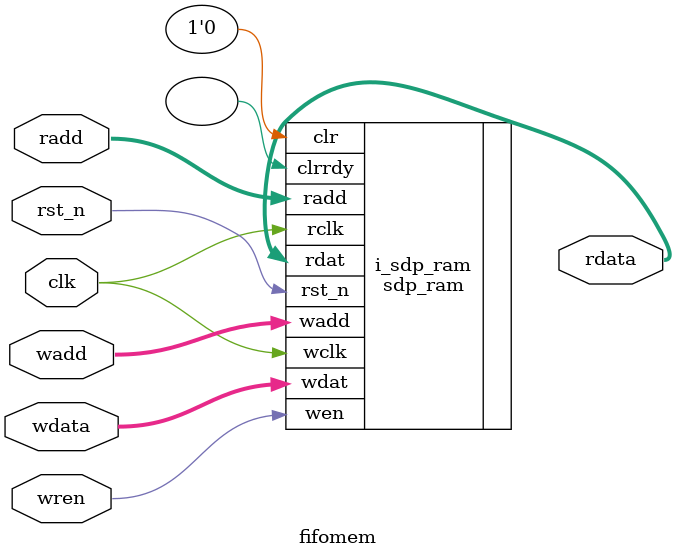
<source format=v>

module fifomem
    (
     // Write
     clk,
     rst_n,
     wren,
     wadd,
     wdata,

     // Read
     radd,
     rdata
     );

////////////////////////////////////////////////////////////////////////////////
// Parameter declarations
parameter ADDW  = 4;             // Number of memory address bits
parameter DATW  = 8;             // Memory data word width
parameter TYPE  = "BLOCK";       // INFER, BLOCK, LUT
parameter DELAY = 1;
parameter DEPTH = 1<<ADDW;       // DEPTH = 2**ADDW

////////////////////////////////////////////////////////////////////////////////
// Port declarations
input               clk;
input               rst_n;
input               wren;
input [ADDW-1:0]    wadd;
input [DATW-1:0]    wdata;
input [ADDW-1:0]    radd;
output [DATW-1:0]   rdata;

////////////////////////////////////////////////////////////////////////////////
// Local logic and instantiation

sdp_ram
    #(
      .G_TYPE           (TYPE),
      .G_WRADDR         (ADDW),
      .G_WRWIDTH        (DATW),
      .G_WRDEPTH        (DEPTH),
      .G_PIPELINE       (DELAY)
      )
i_sdp_ram
    (
     .wclk              (clk),
     .rst_n             (rst_n),
     .clr               (1'b0),
     .clrrdy            (),
     .wen               (wren),
     .wadd              (wadd),
     .wdat              (wdata),
     .rclk              (clk),
     .radd              (radd),
     .rdat              (rdata)
     );

endmodule 

</source>
